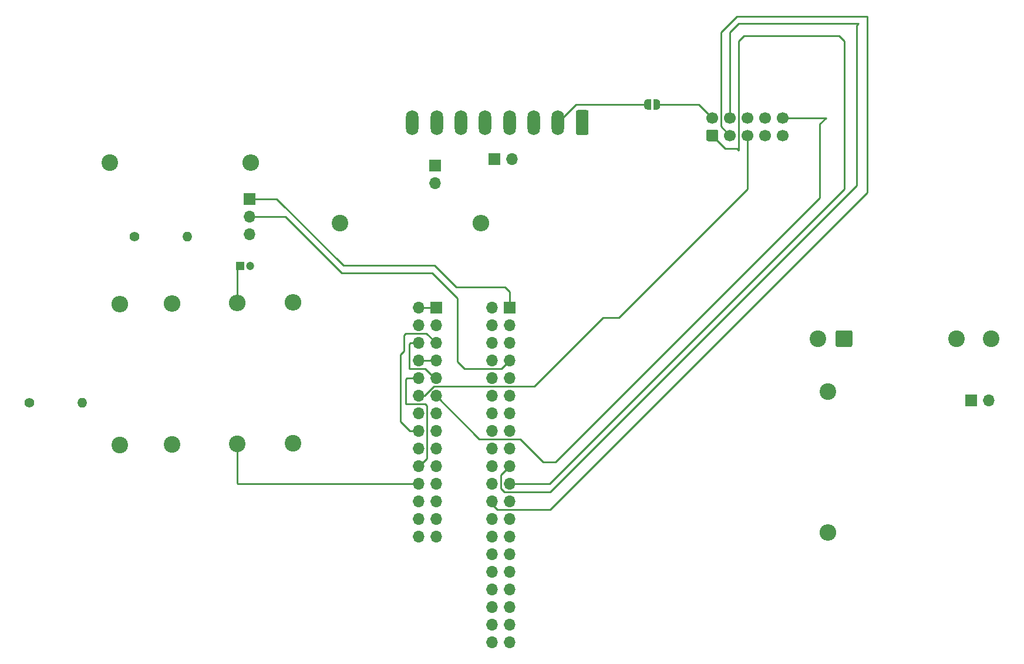
<source format=gbr>
%TF.GenerationSoftware,KiCad,Pcbnew,(5.1.9-0-10_14)*%
%TF.CreationDate,2021-02-14T15:54:45+00:00*%
%TF.ProjectId,base8x,62617365-3878-42e6-9b69-6361645f7063,rev?*%
%TF.SameCoordinates,Original*%
%TF.FileFunction,Copper,L4,Bot*%
%TF.FilePolarity,Positive*%
%FSLAX46Y46*%
G04 Gerber Fmt 4.6, Leading zero omitted, Abs format (unit mm)*
G04 Created by KiCad (PCBNEW (5.1.9-0-10_14)) date 2021-02-14 15:54:45*
%MOMM*%
%LPD*%
G01*
G04 APERTURE LIST*
%TA.AperFunction,ComponentPad*%
%ADD10C,2.400000*%
%TD*%
%TA.AperFunction,ComponentPad*%
%ADD11O,1.400000X1.400000*%
%TD*%
%TA.AperFunction,ComponentPad*%
%ADD12C,1.400000*%
%TD*%
%TA.AperFunction,ComponentPad*%
%ADD13O,2.400000X2.400000*%
%TD*%
%TA.AperFunction,ComponentPad*%
%ADD14C,1.700000*%
%TD*%
%TA.AperFunction,ComponentPad*%
%ADD15R,1.700000X1.700000*%
%TD*%
%TA.AperFunction,ComponentPad*%
%ADD16O,1.700000X1.700000*%
%TD*%
%TA.AperFunction,ComponentPad*%
%ADD17O,1.800000X3.600000*%
%TD*%
%TA.AperFunction,SMDPad,CuDef*%
%ADD18C,0.100000*%
%TD*%
%TA.AperFunction,ComponentPad*%
%ADD19R,1.200000X1.200000*%
%TD*%
%TA.AperFunction,ComponentPad*%
%ADD20C,1.200000*%
%TD*%
%TA.AperFunction,Conductor*%
%ADD21C,0.250000*%
%TD*%
G04 APERTURE END LIST*
%TO.P,SSR-Ithink1,A1*%
%TO.N,Net-(Resistor_SSR1-Pad1)*%
%TA.AperFunction,ComponentPad*%
G36*
G01*
X-197821400Y-62418400D02*
X-197821400Y-60517600D01*
G75*
G02*
X-197571800Y-60268000I249600J0D01*
G01*
X-195671000Y-60268000D01*
G75*
G02*
X-195421400Y-60517600I0J-249600D01*
G01*
X-195421400Y-62418400D01*
G75*
G02*
X-195671000Y-62668000I-249600J0D01*
G01*
X-197571800Y-62668000D01*
G75*
G02*
X-197821400Y-62418400I0J249600D01*
G01*
G37*
%TD.AperFunction*%
D10*
%TO.P,SSR-Ithink1,A2*%
%TO.N,GND*%
X-200371400Y-61468000D03*
%TO.P,SSR-Ithink1,11*%
%TO.N,Net-(SSR-Ithink1-Pad11)*%
X-180371400Y-61468000D03*
%TO.P,SSR-Ithink1,14*%
%TO.N,Net-(SSR-Ithink1-Pad14)*%
X-175371400Y-61468000D03*
%TD*%
D11*
%TO.P,D2,2*%
%TO.N,Net-(D2-Pad2)*%
X-306491640Y-70708520D03*
D12*
%TO.P,D2,1*%
%TO.N,Net-(D2-Pad1)*%
X-314111640Y-70708520D03*
%TD*%
D11*
%TO.P,D1,2*%
%TO.N,Net-(D1-Pad2)*%
X-291302440Y-46791880D03*
D12*
%TO.P,D1,1*%
%TO.N,Net-(D1-Pad1)*%
X-298922440Y-46791880D03*
%TD*%
D13*
%TO.P,Resistor_SSR1,2*%
%TO.N,GPIO6*%
X-198958200Y-89433400D03*
D10*
%TO.P,Resistor_SSR1,1*%
%TO.N,Net-(Resistor_SSR1-Pad1)*%
X-198958200Y-69113400D03*
%TD*%
D13*
%TO.P,Resistor1,2*%
%TO.N,+3V3*%
X-282178760Y-36062920D03*
D10*
%TO.P,Resistor1,1*%
%TO.N,CLK0*%
X-302498760Y-36062920D03*
%TD*%
D13*
%TO.P,R5,2*%
%TO.N,A_I-*%
X-249021600Y-44780200D03*
D10*
%TO.P,R5,1*%
%TO.N,A_I-_EXT*%
X-269341600Y-44780200D03*
%TD*%
D13*
%TO.P,R4,2*%
%TO.N,Net-(R4-Pad2)*%
X-293547800Y-56438800D03*
D10*
%TO.P,R4,1*%
%TO.N,Net-(J4-Pad2)*%
X-293547800Y-76758800D03*
%TD*%
D13*
%TO.P,R3,2*%
%TO.N,+5V*%
X-276047200Y-56235600D03*
D10*
%TO.P,R3,1*%
%TO.N,Net-(R3-Pad1)*%
X-276047200Y-76555600D03*
%TD*%
D13*
%TO.P,R2,2*%
%TO.N,+5V*%
X-301066200Y-56489600D03*
D10*
%TO.P,R2,1*%
%TO.N,HELP3*%
X-301066200Y-76809600D03*
%TD*%
D13*
%TO.P,R1,2*%
%TO.N,+5V*%
X-284099000Y-56286400D03*
D10*
%TO.P,R1,1*%
%TO.N,HELP1*%
X-284099000Y-76606400D03*
%TD*%
%TO.P,J1,1*%
%TO.N,MISO*%
%TA.AperFunction,ComponentPad*%
G36*
G01*
X-215020600Y-33006400D02*
X-216220600Y-33006400D01*
G75*
G02*
X-216470600Y-32756400I0J250000D01*
G01*
X-216470600Y-31556400D01*
G75*
G02*
X-216220600Y-31306400I250000J0D01*
G01*
X-215020600Y-31306400D01*
G75*
G02*
X-214770600Y-31556400I0J-250000D01*
G01*
X-214770600Y-32756400D01*
G75*
G02*
X-215020600Y-33006400I-250000J0D01*
G01*
G37*
%TD.AperFunction*%
D14*
%TO.P,J1,3*%
%TO.N,SCK*%
X-213080600Y-32156400D03*
%TO.P,J1,5*%
%TO.N,A_V_D_EXT*%
X-210540600Y-32156400D03*
%TO.P,J1,7*%
%TO.N,SDA*%
X-208000600Y-32156400D03*
%TO.P,J1,9*%
%TO.N,/Vin*%
X-205460600Y-32156400D03*
%TO.P,J1,2*%
%TO.N,+5V*%
X-215620600Y-29616400D03*
%TO.P,J1,4*%
%TO.N,MOSI*%
X-213080600Y-29616400D03*
%TO.P,J1,6*%
%TO.N,GND*%
X-210540600Y-29616400D03*
%TO.P,J1,8*%
%TO.N,SCL*%
X-208000600Y-29616400D03*
%TO.P,J1,10*%
%TO.N,~A_CS*%
X-205460600Y-29616400D03*
%TD*%
D15*
%TO.P,J3,1*%
%TO.N,+5V*%
X-255447800Y-56997600D03*
D16*
%TO.P,J3,2*%
X-257987800Y-56997600D03*
%TO.P,J3,3*%
%TO.N,+3V3*%
X-255447800Y-59537600D03*
%TO.P,J3,4*%
%TO.N,Net-(J3-Pad4)*%
X-257987800Y-59537600D03*
%TO.P,J3,5*%
%TO.N,A_V_D*%
X-255447800Y-62077600D03*
%TO.P,J3,6*%
%TO.N,SCL*%
X-257987800Y-62077600D03*
%TO.P,J3,7*%
%TO.N,SDA*%
X-255447800Y-64617600D03*
%TO.P,J3,8*%
X-257987800Y-64617600D03*
%TO.P,J3,9*%
%TO.N,SCL*%
X-255447800Y-67157600D03*
%TO.P,J3,10*%
%TO.N,HELP3*%
X-257987800Y-67157600D03*
%TO.P,J3,11*%
%TO.N,~A_CS*%
X-255447800Y-69697600D03*
%TO.P,J3,12*%
%TO.N,A_V_D_EXT*%
X-257987800Y-69697600D03*
%TO.P,J3,13*%
%TO.N,MISO*%
X-255447800Y-72237600D03*
%TO.P,J3,14*%
%TO.N,Net-(J3-Pad14)*%
X-257987800Y-72237600D03*
%TO.P,J3,15*%
%TO.N,MOSI*%
X-255447800Y-74777600D03*
%TO.P,J3,16*%
%TO.N,A_V_D*%
X-257987800Y-74777600D03*
%TO.P,J3,17*%
%TO.N,SCK*%
X-255447800Y-77317600D03*
%TO.P,J3,18*%
%TO.N,Net-(J3-Pad18)*%
X-257987800Y-77317600D03*
%TO.P,J3,19*%
%TO.N,GND*%
X-255447800Y-79857600D03*
%TO.P,J3,20*%
%TO.N,HELP3*%
X-257987800Y-79857600D03*
%TO.P,J3,21*%
%TO.N,A_I+*%
X-255447800Y-82397600D03*
%TO.P,J3,22*%
%TO.N,HELP1*%
X-257987800Y-82397600D03*
%TO.P,J3,23*%
%TO.N,A_V+*%
X-255447800Y-84937600D03*
%TO.P,J3,24*%
%TO.N,Net-(J3-Pad24)*%
X-257987800Y-84937600D03*
%TO.P,J3,25*%
%TO.N,A_V-*%
X-255447800Y-87477600D03*
%TO.P,J3,26*%
%TO.N,Net-(J3-Pad26)*%
X-257987800Y-87477600D03*
%TO.P,J3,27*%
%TO.N,A_I-*%
X-255447800Y-90017600D03*
%TO.P,J3,28*%
%TO.N,Net-(J3-Pad28)*%
X-257987800Y-90017600D03*
%TD*%
%TO.P,J9,1*%
%TO.N,GND*%
%TA.AperFunction,ComponentPad*%
G36*
G01*
X-233465800Y-28752200D02*
X-233465800Y-31852200D01*
G75*
G02*
X-233715800Y-32102200I-250000J0D01*
G01*
X-235015800Y-32102200D01*
G75*
G02*
X-235265800Y-31852200I0J250000D01*
G01*
X-235265800Y-28752200D01*
G75*
G02*
X-235015800Y-28502200I250000J0D01*
G01*
X-233715800Y-28502200D01*
G75*
G02*
X-233465800Y-28752200I0J-250000D01*
G01*
G37*
%TD.AperFunction*%
D17*
%TO.P,J9,2*%
%TO.N,/Vin*%
X-237865800Y-30302200D03*
%TO.P,J9,3*%
%TO.N,Net-(J9-Pad3)*%
X-241365800Y-30302200D03*
%TO.P,J9,4*%
%TO.N,A_I-*%
X-244865800Y-30302200D03*
%TO.P,J9,5*%
%TO.N,A_I-_EXT*%
X-248365800Y-30302200D03*
%TO.P,J9,6*%
%TO.N,A_V-*%
X-251865800Y-30302200D03*
%TO.P,J9,7*%
%TO.N,A_V+*%
X-255365800Y-30302200D03*
%TO.P,J9,8*%
%TO.N,A_I+*%
X-258865800Y-30302200D03*
%TD*%
%TA.AperFunction,SMDPad,CuDef*%
D18*
%TO.P,JP6,2*%
%TO.N,/Vin*%
G36*
X-224932000Y-28435398D02*
G01*
X-224956534Y-28435398D01*
X-225005365Y-28430588D01*
X-225053490Y-28421016D01*
X-225100445Y-28406772D01*
X-225145778Y-28387995D01*
X-225189051Y-28364864D01*
X-225229850Y-28337604D01*
X-225267779Y-28306476D01*
X-225302476Y-28271779D01*
X-225333604Y-28233850D01*
X-225360864Y-28193051D01*
X-225383995Y-28149778D01*
X-225402772Y-28104445D01*
X-225417016Y-28057490D01*
X-225426588Y-28009365D01*
X-225431398Y-27960534D01*
X-225431398Y-27936000D01*
X-225432000Y-27936000D01*
X-225432000Y-27436000D01*
X-225431398Y-27436000D01*
X-225431398Y-27411466D01*
X-225426588Y-27362635D01*
X-225417016Y-27314510D01*
X-225402772Y-27267555D01*
X-225383995Y-27222222D01*
X-225360864Y-27178949D01*
X-225333604Y-27138150D01*
X-225302476Y-27100221D01*
X-225267779Y-27065524D01*
X-225229850Y-27034396D01*
X-225189051Y-27007136D01*
X-225145778Y-26984005D01*
X-225100445Y-26965228D01*
X-225053490Y-26950984D01*
X-225005365Y-26941412D01*
X-224956534Y-26936602D01*
X-224932000Y-26936602D01*
X-224932000Y-26936000D01*
X-224432000Y-26936000D01*
X-224432000Y-28436000D01*
X-224932000Y-28436000D01*
X-224932000Y-28435398D01*
G37*
%TD.AperFunction*%
%TA.AperFunction,SMDPad,CuDef*%
%TO.P,JP6,1*%
%TO.N,+5V*%
G36*
X-224132000Y-26936000D02*
G01*
X-223632000Y-26936000D01*
X-223632000Y-26936602D01*
X-223607466Y-26936602D01*
X-223558635Y-26941412D01*
X-223510510Y-26950984D01*
X-223463555Y-26965228D01*
X-223418222Y-26984005D01*
X-223374949Y-27007136D01*
X-223334150Y-27034396D01*
X-223296221Y-27065524D01*
X-223261524Y-27100221D01*
X-223230396Y-27138150D01*
X-223203136Y-27178949D01*
X-223180005Y-27222222D01*
X-223161228Y-27267555D01*
X-223146984Y-27314510D01*
X-223137412Y-27362635D01*
X-223132602Y-27411466D01*
X-223132602Y-27436000D01*
X-223132000Y-27436000D01*
X-223132000Y-27936000D01*
X-223132602Y-27936000D01*
X-223132602Y-27960534D01*
X-223137412Y-28009365D01*
X-223146984Y-28057490D01*
X-223161228Y-28104445D01*
X-223180005Y-28149778D01*
X-223203136Y-28193051D01*
X-223230396Y-28233850D01*
X-223261524Y-28271779D01*
X-223296221Y-28306476D01*
X-223334150Y-28337604D01*
X-223374949Y-28364864D01*
X-223418222Y-28387995D01*
X-223463555Y-28406772D01*
X-223510510Y-28421016D01*
X-223558635Y-28430588D01*
X-223607466Y-28435398D01*
X-223632000Y-28435398D01*
X-223632000Y-28436000D01*
X-224132000Y-28436000D01*
X-224132000Y-26936000D01*
G37*
%TD.AperFunction*%
%TD*%
D16*
%TO.P,P3,2*%
%TO.N,GND*%
X-255549400Y-39014400D03*
D15*
%TO.P,P3,1*%
%TO.N,A_I-_EXT*%
X-255549400Y-36474400D03*
%TD*%
%TO.P,P4,1*%
%TO.N,A_I-_EXT*%
X-247040400Y-35560000D03*
D16*
%TO.P,P4,2*%
%TO.N,A_I-*%
X-244500400Y-35560000D03*
%TD*%
D15*
%TO.P,Raspberry_header1,1*%
%TO.N,+3V3*%
X-244856000Y-56997600D03*
D16*
%TO.P,Raspberry_header1,2*%
%TO.N,+5V*%
X-247396000Y-56997600D03*
%TO.P,Raspberry_header1,3*%
%TO.N,SDA*%
X-244856000Y-59537600D03*
%TO.P,Raspberry_header1,4*%
%TO.N,Net-(Raspberry_header1-Pad4)*%
X-247396000Y-59537600D03*
%TO.P,Raspberry_header1,5*%
%TO.N,SCL*%
X-244856000Y-62077600D03*
%TO.P,Raspberry_header1,6*%
%TO.N,GND*%
X-247396000Y-62077600D03*
%TO.P,Raspberry_header1,7*%
%TO.N,CLK0*%
X-244856000Y-64617600D03*
%TO.P,Raspberry_header1,8*%
%TO.N,Net-(Raspberry_header1-Pad8)*%
X-247396000Y-64617600D03*
%TO.P,Raspberry_header1,9*%
%TO.N,Net-(Raspberry_header1-Pad9)*%
X-244856000Y-67157600D03*
%TO.P,Raspberry_header1,10*%
%TO.N,Net-(Raspberry_header1-Pad10)*%
X-247396000Y-67157600D03*
%TO.P,Raspberry_header1,11*%
%TO.N,Net-(Raspberry_header1-Pad11)*%
X-244856000Y-69697600D03*
%TO.P,Raspberry_header1,12*%
%TO.N,Net-(Raspberry_header1-Pad12)*%
X-247396000Y-69697600D03*
%TO.P,Raspberry_header1,13*%
%TO.N,Net-(Raspberry_header1-Pad13)*%
X-244856000Y-72237600D03*
%TO.P,Raspberry_header1,14*%
%TO.N,Net-(Raspberry_header1-Pad14)*%
X-247396000Y-72237600D03*
%TO.P,Raspberry_header1,15*%
%TO.N,Net-(Raspberry_header1-Pad15)*%
X-244856000Y-74777600D03*
%TO.P,Raspberry_header1,16*%
%TO.N,Net-(Raspberry_header1-Pad16)*%
X-247396000Y-74777600D03*
%TO.P,Raspberry_header1,17*%
%TO.N,Net-(Raspberry_header1-Pad17)*%
X-244856000Y-77317600D03*
%TO.P,Raspberry_header1,18*%
%TO.N,Net-(Raspberry_header1-Pad18)*%
X-247396000Y-77317600D03*
%TO.P,Raspberry_header1,19*%
%TO.N,MOSI*%
X-244856000Y-79857600D03*
%TO.P,Raspberry_header1,20*%
%TO.N,Net-(Raspberry_header1-Pad20)*%
X-247396000Y-79857600D03*
%TO.P,Raspberry_header1,21*%
%TO.N,MISO*%
X-244856000Y-82397600D03*
%TO.P,Raspberry_header1,22*%
%TO.N,Net-(Raspberry_header1-Pad22)*%
X-247396000Y-82397600D03*
%TO.P,Raspberry_header1,23*%
%TO.N,SCLK*%
X-244856000Y-84937600D03*
%TO.P,Raspberry_header1,24*%
%TO.N,SCK*%
X-247396000Y-84937600D03*
%TO.P,Raspberry_header1,25*%
%TO.N,Net-(Raspberry_header1-Pad25)*%
X-244856000Y-87477600D03*
%TO.P,Raspberry_header1,26*%
%TO.N,Net-(Raspberry_header1-Pad26)*%
X-247396000Y-87477600D03*
%TO.P,Raspberry_header1,27*%
%TO.N,Net-(Raspberry_header1-Pad27)*%
X-244856000Y-90017600D03*
%TO.P,Raspberry_header1,28*%
%TO.N,Net-(Raspberry_header1-Pad28)*%
X-247396000Y-90017600D03*
%TO.P,Raspberry_header1,29*%
%TO.N,Net-(Raspberry_header1-Pad29)*%
X-244856000Y-92557600D03*
%TO.P,Raspberry_header1,30*%
%TO.N,Net-(Raspberry_header1-Pad30)*%
X-247396000Y-92557600D03*
%TO.P,Raspberry_header1,31*%
%TO.N,GPIO6*%
X-244856000Y-95097600D03*
%TO.P,Raspberry_header1,32*%
%TO.N,Net-(Raspberry_header1-Pad32)*%
X-247396000Y-95097600D03*
%TO.P,Raspberry_header1,33*%
%TO.N,Net-(Raspberry_header1-Pad33)*%
X-244856000Y-97637600D03*
%TO.P,Raspberry_header1,34*%
%TO.N,Net-(Raspberry_header1-Pad34)*%
X-247396000Y-97637600D03*
%TO.P,Raspberry_header1,35*%
%TO.N,Net-(Raspberry_header1-Pad35)*%
X-244856000Y-100177600D03*
%TO.P,Raspberry_header1,36*%
%TO.N,Net-(Raspberry_header1-Pad36)*%
X-247396000Y-100177600D03*
%TO.P,Raspberry_header1,37*%
%TO.N,Net-(Raspberry_header1-Pad37)*%
X-244856000Y-102717600D03*
%TO.P,Raspberry_header1,38*%
%TO.N,Net-(Raspberry_header1-Pad38)*%
X-247396000Y-102717600D03*
%TO.P,Raspberry_header1,39*%
%TO.N,GND*%
X-244856000Y-105257600D03*
%TO.P,Raspberry_header1,40*%
%TO.N,Net-(Raspberry_header1-Pad40)*%
X-247396000Y-105257600D03*
%TD*%
D15*
%TO.P,SSR_connector1,1*%
%TO.N,Net-(SSR-Ithink1-Pad11)*%
X-178282600Y-70383400D03*
D16*
%TO.P,SSR_connector1,2*%
%TO.N,Net-(SSR-Ithink1-Pad14)*%
X-175742600Y-70383400D03*
%TD*%
D15*
%TO.P,Temp_sensor1,1*%
%TO.N,+3V3*%
X-282321000Y-41325800D03*
D16*
%TO.P,Temp_sensor1,2*%
%TO.N,CLK0*%
X-282321000Y-43865800D03*
%TO.P,Temp_sensor1,3*%
%TO.N,GND*%
X-282321000Y-46405800D03*
%TD*%
D19*
%TO.P,C1,1*%
%TO.N,+5V*%
X-283718000Y-51003200D03*
D20*
%TO.P,C1,2*%
%TO.N,GND*%
X-282218000Y-51003200D03*
%TD*%
D21*
%TO.N,+5V*%
X-255447800Y-56997600D02*
X-257987800Y-56997600D01*
X-284099000Y-56286400D02*
X-284099000Y-51384200D01*
X-284099000Y-51384200D02*
X-283718000Y-51003200D01*
X-223632000Y-27686000D02*
X-217551000Y-27686000D01*
X-217551000Y-27686000D02*
X-215620600Y-29616400D01*
%TO.N,MISO*%
X-244856000Y-82397600D02*
X-239115600Y-82397600D01*
X-213741000Y-34036000D02*
X-215620600Y-32156400D01*
X-212090000Y-34036000D02*
X-213741000Y-34036000D01*
X-211836000Y-34290000D02*
X-212090000Y-34036000D01*
X-211836000Y-18542000D02*
X-211836000Y-34290000D01*
X-211074000Y-17780000D02*
X-211836000Y-18542000D01*
X-197358000Y-17780000D02*
X-211074000Y-17780000D01*
X-196596000Y-18542000D02*
X-197358000Y-17780000D01*
X-196596000Y-39878000D02*
X-196596000Y-18542000D01*
X-239115600Y-82397600D02*
X-196596000Y-39878000D01*
%TO.N,SCK*%
X-247396000Y-84937600D02*
X-247396000Y-85344000D01*
X-214376000Y-30861000D02*
X-213080600Y-32156400D01*
X-214376000Y-17272000D02*
X-214376000Y-30861000D01*
X-212090000Y-14986000D02*
X-214376000Y-17272000D01*
X-193294000Y-14986000D02*
X-212090000Y-14986000D01*
X-193294000Y-40386000D02*
X-193294000Y-14986000D01*
X-239014000Y-86106000D02*
X-193294000Y-40386000D01*
X-246634000Y-86106000D02*
X-239014000Y-86106000D01*
X-247396000Y-85344000D02*
X-246634000Y-86106000D01*
%TO.N,A_V_D_EXT*%
X-257987800Y-69697600D02*
X-257149600Y-69697600D01*
X-210540600Y-39852600D02*
X-210540600Y-32156400D01*
X-229108000Y-58420000D02*
X-210540600Y-39852600D01*
X-231394000Y-58420000D02*
X-229108000Y-58420000D01*
X-241300000Y-68326000D02*
X-231394000Y-58420000D01*
X-250190000Y-68326000D02*
X-241300000Y-68326000D01*
X-255778000Y-68326000D02*
X-250190000Y-68326000D01*
X-257149600Y-69697600D02*
X-255778000Y-68326000D01*
%TO.N,SDA*%
X-257987800Y-64617600D02*
X-255447800Y-64617600D01*
%TO.N,/Vin*%
X-224932000Y-27686000D02*
X-235249600Y-27686000D01*
X-235249600Y-27686000D02*
X-237865800Y-30302200D01*
%TO.N,MOSI*%
X-213080600Y-29616400D02*
X-213080600Y-17246600D01*
X-246126000Y-81127600D02*
X-244856000Y-79857600D01*
X-246126000Y-83058000D02*
X-246126000Y-81127600D01*
X-245618000Y-83566000D02*
X-246126000Y-83058000D01*
X-239014000Y-83566000D02*
X-245618000Y-83566000D01*
X-194818000Y-39370000D02*
X-239014000Y-83566000D01*
X-194818000Y-16256000D02*
X-194818000Y-39370000D01*
X-194564000Y-16002000D02*
X-194818000Y-16256000D01*
X-211836000Y-16002000D02*
X-194564000Y-16002000D01*
X-213080600Y-17246600D02*
X-211836000Y-16002000D01*
%TO.N,SCL*%
X-255447800Y-67157600D02*
X-255676400Y-67157600D01*
X-259181600Y-62077600D02*
X-257987800Y-62077600D01*
X-259334000Y-62230000D02*
X-259181600Y-62077600D01*
X-259334000Y-65786000D02*
X-259334000Y-62230000D01*
X-257048000Y-65786000D02*
X-259334000Y-65786000D01*
X-255676400Y-67157600D02*
X-257048000Y-65786000D01*
%TO.N,~A_CS*%
X-205460600Y-29616400D02*
X-199237600Y-29616400D01*
X-249199400Y-75946000D02*
X-255447800Y-69697600D01*
X-243332000Y-75946000D02*
X-249199400Y-75946000D01*
X-240030000Y-79248000D02*
X-243332000Y-75946000D01*
X-238252000Y-79248000D02*
X-240030000Y-79248000D01*
X-200152000Y-41148000D02*
X-238252000Y-79248000D01*
X-200152000Y-30530800D02*
X-200152000Y-41148000D01*
X-199237600Y-29616400D02*
X-200152000Y-30530800D01*
%TO.N,A_V_D*%
X-257987800Y-74777600D02*
X-259232400Y-74777600D01*
X-256819400Y-60706000D02*
X-255447800Y-62077600D01*
X-259842000Y-60706000D02*
X-256819400Y-60706000D01*
X-260096000Y-60960000D02*
X-259842000Y-60706000D01*
X-260096000Y-63246000D02*
X-260096000Y-60960000D01*
X-259232400Y-74777600D02*
X-260604000Y-73406000D01*
X-260604000Y-73406000D02*
X-260604000Y-63754000D01*
X-260604000Y-63754000D02*
X-260096000Y-63246000D01*
%TO.N,+3V3*%
X-244856000Y-56997600D02*
X-244856000Y-54747160D01*
X-278429720Y-41325800D02*
X-282321000Y-41325800D01*
X-268833600Y-50921920D02*
X-278429720Y-41325800D01*
X-255686560Y-50921920D02*
X-268833600Y-50921920D01*
X-252562360Y-54046120D02*
X-255686560Y-50921920D01*
X-245557040Y-54046120D02*
X-252562360Y-54046120D01*
X-244856000Y-54747160D02*
X-245557040Y-54046120D01*
%TO.N,CLK0*%
X-282321000Y-43865800D02*
X-277169880Y-43865800D01*
X-246034560Y-65796160D02*
X-244856000Y-64617600D01*
X-251358400Y-65796160D02*
X-246034560Y-65796160D01*
X-252409960Y-64744600D02*
X-251358400Y-65796160D01*
X-252409960Y-55626000D02*
X-252409960Y-64744600D01*
X-256021840Y-52014120D02*
X-252409960Y-55626000D01*
X-269021560Y-52014120D02*
X-256021840Y-52014120D01*
X-272034000Y-49001680D02*
X-269021560Y-52014120D01*
X-277169880Y-43865800D02*
X-272034000Y-49001680D01*
%TO.N,HELP1*%
X-257987800Y-82397600D02*
X-284053280Y-82397600D01*
X-284099000Y-82351880D02*
X-284099000Y-76606400D01*
X-284053280Y-82397600D02*
X-284099000Y-82351880D01*
%TO.N,HELP3*%
X-257987800Y-79857600D02*
X-257911600Y-79857600D01*
X-259689600Y-67157600D02*
X-257987800Y-67157600D01*
X-259842000Y-67310000D02*
X-259689600Y-67157600D01*
X-259842000Y-70866000D02*
X-259842000Y-67310000D01*
X-257048000Y-70866000D02*
X-259842000Y-70866000D01*
X-256794000Y-71120000D02*
X-257048000Y-70866000D01*
X-256794000Y-78740000D02*
X-256794000Y-71120000D01*
X-257911600Y-79857600D02*
X-256794000Y-78740000D01*
%TD*%
M02*

</source>
